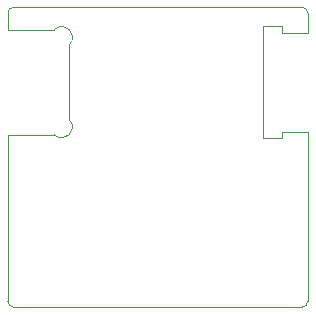
<source format=gm1>
%TF.GenerationSoftware,KiCad,Pcbnew,(6.0.10)*%
%TF.CreationDate,2023-02-04T16:55:40+01:00*%
%TF.ProjectId,twonkie,74776f6e-6b69-4652-9e6b-696361645f70,rev?*%
%TF.SameCoordinates,PX448d510PY20b3950*%
%TF.FileFunction,Profile,NP*%
%FSLAX46Y46*%
G04 Gerber Fmt 4.6, Leading zero omitted, Abs format (unit mm)*
G04 Created by KiCad (PCBNEW (6.0.10)) date 2023-02-04 16:55:40*
%MOMM*%
%LPD*%
G01*
G04 APERTURE LIST*
%TA.AperFunction,Profile*%
%ADD10C,0.050000*%
%TD*%
%TA.AperFunction,Profile*%
%ADD11C,0.050800*%
%TD*%
%TA.AperFunction,Profile*%
%ADD12C,0.120000*%
%TD*%
G04 APERTURE END LIST*
D10*
X24892000Y-25400000D02*
X508000Y-25400000D01*
X0Y-508000D02*
X0Y-1905000D01*
X3937000Y-10795000D02*
X0Y-10795000D01*
X5207000Y-3175000D02*
X5207000Y-9525000D01*
X24892000Y0D02*
X508000Y0D01*
X0Y-1905000D02*
X3937000Y-1905000D01*
D11*
X3937000Y-10795000D02*
G75*
G03*
X5207000Y-9525000I635000J635000D01*
G01*
D10*
X24892000Y-25400000D02*
G75*
G03*
X25400000Y-24892000I0J508000D01*
G01*
X0Y-10795000D02*
X0Y-24892000D01*
X0Y-24892000D02*
G75*
G03*
X508000Y-25400000I508000J0D01*
G01*
X25400000Y-508000D02*
G75*
G03*
X24892000Y0I-508000J0D01*
G01*
X508000Y0D02*
G75*
G03*
X0Y-508000I0J-508000D01*
G01*
D11*
X5207000Y-3175000D02*
G75*
G03*
X3937000Y-1905000I-635000J635000D01*
G01*
D10*
X25400000Y-12192000D02*
X25400000Y-24892000D01*
D12*
%TO.C,J1*%
X23190000Y-2150000D02*
X23190000Y-1600000D01*
X21590000Y-11100000D02*
X23190000Y-11100000D01*
X21590000Y-1600000D02*
X23190000Y-1600000D01*
X21590000Y-11100000D02*
X21590000Y-1600000D01*
X23190000Y-10550000D02*
X25400000Y-10550000D01*
X25400000Y-10550000D02*
X25400000Y-12192000D01*
X23190000Y-2150000D02*
X25400000Y-2150000D01*
X25400000Y-2150000D02*
X25400000Y-508000D01*
X23190000Y-10550000D02*
X23190000Y-11100000D01*
%TD*%
M02*

</source>
